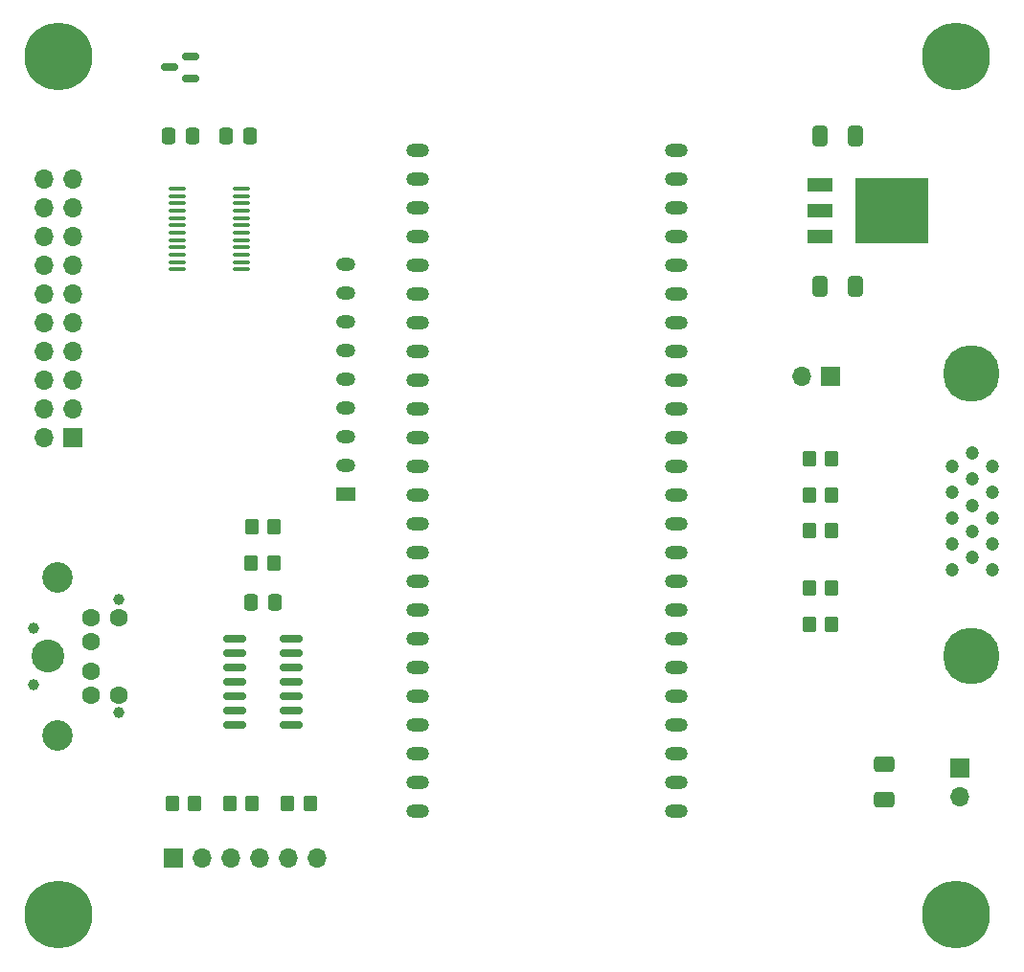
<source format=gbr>
%TF.GenerationSoftware,KiCad,Pcbnew,(6.0.0)*%
%TF.CreationDate,2022-07-26T05:52:08-04:00*%
%TF.ProjectId,TRS-80-M3-KEY,5452532d-3830-42d4-9d33-2d4b45592e6b,rev?*%
%TF.SameCoordinates,Original*%
%TF.FileFunction,Soldermask,Top*%
%TF.FilePolarity,Negative*%
%FSLAX46Y46*%
G04 Gerber Fmt 4.6, Leading zero omitted, Abs format (unit mm)*
G04 Created by KiCad (PCBNEW (6.0.0)) date 2022-07-26 05:52:08*
%MOMM*%
%LPD*%
G01*
G04 APERTURE LIST*
G04 Aperture macros list*
%AMRoundRect*
0 Rectangle with rounded corners*
0 $1 Rounding radius*
0 $2 $3 $4 $5 $6 $7 $8 $9 X,Y pos of 4 corners*
0 Add a 4 corners polygon primitive as box body*
4,1,4,$2,$3,$4,$5,$6,$7,$8,$9,$2,$3,0*
0 Add four circle primitives for the rounded corners*
1,1,$1+$1,$2,$3*
1,1,$1+$1,$4,$5*
1,1,$1+$1,$6,$7*
1,1,$1+$1,$8,$9*
0 Add four rect primitives between the rounded corners*
20,1,$1+$1,$2,$3,$4,$5,0*
20,1,$1+$1,$4,$5,$6,$7,0*
20,1,$1+$1,$6,$7,$8,$9,0*
20,1,$1+$1,$8,$9,$2,$3,0*%
G04 Aperture macros list end*
%ADD10RoundRect,0.250000X-0.337500X-0.475000X0.337500X-0.475000X0.337500X0.475000X-0.337500X0.475000X0*%
%ADD11RoundRect,0.250000X-0.412500X-0.650000X0.412500X-0.650000X0.412500X0.650000X-0.412500X0.650000X0*%
%ADD12C,0.800000*%
%ADD13C,6.000000*%
%ADD14RoundRect,0.250000X-0.350000X-0.450000X0.350000X-0.450000X0.350000X0.450000X-0.350000X0.450000X0*%
%ADD15C,5.001260*%
%ADD16C,1.198880*%
%ADD17R,1.700000X1.700000*%
%ADD18O,1.700000X1.700000*%
%ADD19RoundRect,0.150000X-0.825000X-0.150000X0.825000X-0.150000X0.825000X0.150000X-0.825000X0.150000X0*%
%ADD20R,2.200000X1.200000*%
%ADD21R,6.400000X5.800000*%
%ADD22C,2.700000*%
%ADD23C,2.899999*%
%ADD24C,1.600000*%
%ADD25C,1.000000*%
%ADD26RoundRect,0.250000X0.650000X-0.412500X0.650000X0.412500X-0.650000X0.412500X-0.650000X-0.412500X0*%
%ADD27R,1.700000X1.200000*%
%ADD28O,1.700000X1.200000*%
%ADD29RoundRect,0.250000X0.350000X0.450000X-0.350000X0.450000X-0.350000X-0.450000X0.350000X-0.450000X0*%
%ADD30RoundRect,0.150000X0.587500X0.150000X-0.587500X0.150000X-0.587500X-0.150000X0.587500X-0.150000X0*%
%ADD31RoundRect,0.100000X-0.637500X-0.100000X0.637500X-0.100000X0.637500X0.100000X-0.637500X0.100000X0*%
%ADD32O,2.000000X1.200000*%
G04 APERTURE END LIST*
D10*
%TO.C,C2*%
X110087500Y-55880000D03*
X112162500Y-55880000D03*
%TD*%
D11*
%TO.C,C7*%
X162585000Y-55880000D03*
X165710000Y-55880000D03*
%TD*%
D12*
%TO.C,H3*%
X172375000Y-124777500D03*
X174625000Y-122527500D03*
D13*
X174625000Y-124777500D03*
D12*
X173034010Y-123186510D03*
X173034010Y-126368490D03*
X176215990Y-123186510D03*
X176215990Y-126368490D03*
X176875000Y-124777500D03*
X174625000Y-127027500D03*
%TD*%
D14*
%TO.C,R5*%
X161607500Y-99060000D03*
X163607500Y-99060000D03*
%TD*%
D15*
%TO.C,J4*%
X175963580Y-101917500D03*
X175963580Y-76928980D03*
D16*
X174244600Y-85112860D03*
X174244600Y-87403940D03*
X174244600Y-89689940D03*
X174244600Y-91983560D03*
X174244600Y-94272100D03*
X176009300Y-83967320D03*
X176009300Y-86260940D03*
X176009300Y-88559640D03*
X176009300Y-90858340D03*
X176009300Y-93131640D03*
X177800600Y-85112860D03*
X177800600Y-87403940D03*
X177800600Y-89692480D03*
X177800600Y-91983560D03*
X177800600Y-94274640D03*
%TD*%
D17*
%TO.C,J6*%
X174942500Y-111755000D03*
D18*
X174942500Y-114295000D03*
%TD*%
D19*
%TO.C,U3*%
X110872500Y-100330000D03*
X110872500Y-101600000D03*
X110872500Y-102870000D03*
X110872500Y-104140000D03*
X110872500Y-105410000D03*
X110872500Y-106680000D03*
X110872500Y-107950000D03*
X115822500Y-107950000D03*
X115822500Y-106680000D03*
X115822500Y-105410000D03*
X115822500Y-104140000D03*
X115822500Y-102870000D03*
X115822500Y-101600000D03*
X115822500Y-100330000D03*
%TD*%
D20*
%TO.C,U5*%
X162610000Y-60267500D03*
X162610000Y-62547500D03*
D21*
X168910000Y-62547500D03*
D20*
X162610000Y-64827500D03*
%TD*%
D17*
%TO.C,J1*%
X96525000Y-82545000D03*
D18*
X93985000Y-82545000D03*
X96525000Y-80005000D03*
X93985000Y-80005000D03*
X96525000Y-77465000D03*
X93985000Y-77465000D03*
X96525000Y-74925000D03*
X93985000Y-74925000D03*
X96525000Y-72385000D03*
X93985000Y-72385000D03*
X96525000Y-69845000D03*
X93985000Y-69845000D03*
X96525000Y-67305000D03*
X93985000Y-67305000D03*
X96525000Y-64765000D03*
X93985000Y-64765000D03*
X96525000Y-62225000D03*
X93985000Y-62225000D03*
X96525000Y-59685000D03*
X93985000Y-59685000D03*
%TD*%
D10*
%TO.C,C1*%
X105007500Y-55880000D03*
X107082500Y-55880000D03*
%TD*%
D14*
%TO.C,R7*%
X112347500Y-90487500D03*
X114347500Y-90487500D03*
%TD*%
%TO.C,R3*%
X161607500Y-90805000D03*
X163607500Y-90805000D03*
%TD*%
D22*
%TO.C,J3*%
X95135000Y-94917500D03*
D23*
X94335000Y-101917500D03*
D22*
X95135000Y-108917500D03*
D24*
X98135000Y-103217500D03*
X98135000Y-100617500D03*
X98135000Y-105317500D03*
X98135000Y-98517500D03*
X100635000Y-105317500D03*
X100635000Y-98517500D03*
D25*
X93035000Y-104417500D03*
X93035000Y-99417500D03*
X100635000Y-106917500D03*
X100635000Y-96917500D03*
%TD*%
D26*
%TO.C,C8*%
X168275000Y-114592500D03*
X168275000Y-111467500D03*
%TD*%
D27*
%TO.C,RP1*%
X120624600Y-87604600D03*
D28*
X120624600Y-85064600D03*
X120624600Y-82524600D03*
X120624600Y-79984600D03*
X120624600Y-77444600D03*
X120624600Y-74904600D03*
X120624600Y-72364600D03*
X120624600Y-69824600D03*
X120624600Y-67284600D03*
%TD*%
D12*
%TO.C,H1*%
X97500000Y-48895000D03*
X96840990Y-50485990D03*
X95250000Y-46645000D03*
X93659010Y-50485990D03*
X93000000Y-48895000D03*
X93659010Y-47304010D03*
X96840990Y-47304010D03*
X95250000Y-51145000D03*
D13*
X95250000Y-48895000D03*
%TD*%
D14*
%TO.C,R2*%
X161607500Y-87630000D03*
X163607500Y-87630000D03*
%TD*%
D11*
%TO.C,C6*%
X162585000Y-69215000D03*
X165710000Y-69215000D03*
%TD*%
D17*
%TO.C,J2*%
X105410000Y-119767500D03*
D18*
X107950000Y-119767500D03*
X110490000Y-119767500D03*
X113030000Y-119767500D03*
X115570000Y-119767500D03*
X118110000Y-119767500D03*
%TD*%
D12*
%TO.C,H2*%
X96840990Y-126368490D03*
D13*
X95250000Y-124777500D03*
D12*
X95250000Y-127027500D03*
X96840990Y-123186510D03*
X95250000Y-122527500D03*
X97500000Y-124777500D03*
X93000000Y-124777500D03*
X93659010Y-126368490D03*
X93659010Y-123186510D03*
%TD*%
D29*
%TO.C,R9*%
X112395000Y-114935000D03*
X110395000Y-114935000D03*
%TD*%
D14*
%TO.C,R1*%
X161607500Y-84455000D03*
X163607500Y-84455000D03*
%TD*%
D12*
%TO.C,H4*%
X173034010Y-50485990D03*
X176215990Y-47304010D03*
X173034010Y-47304010D03*
X174625000Y-46645000D03*
D13*
X174625000Y-48895000D03*
D12*
X172375000Y-48895000D03*
X174625000Y-51145000D03*
X176875000Y-48895000D03*
X176215990Y-50485990D03*
%TD*%
D14*
%TO.C,R4*%
X161607500Y-95885000D03*
X163607500Y-95885000D03*
%TD*%
D30*
%TO.C,Q1*%
X106982500Y-50797500D03*
X106982500Y-48897500D03*
X105107500Y-49847500D03*
%TD*%
D10*
%TO.C,C3*%
X112310000Y-97155000D03*
X114385000Y-97155000D03*
%TD*%
D17*
%TO.C,J5*%
X163517500Y-77152500D03*
D18*
X160977500Y-77152500D03*
%TD*%
D14*
%TO.C,R6*%
X112300000Y-93662500D03*
X114300000Y-93662500D03*
%TD*%
D31*
%TO.C,U2*%
X105722500Y-60560000D03*
X105722500Y-61210000D03*
X105722500Y-61860000D03*
X105722500Y-62510000D03*
X105722500Y-63160000D03*
X105722500Y-63810000D03*
X105722500Y-64460000D03*
X105722500Y-65110000D03*
X105722500Y-65760000D03*
X105722500Y-66410000D03*
X105722500Y-67060000D03*
X105722500Y-67710000D03*
X111447500Y-67710000D03*
X111447500Y-67060000D03*
X111447500Y-66410000D03*
X111447500Y-65760000D03*
X111447500Y-65110000D03*
X111447500Y-64460000D03*
X111447500Y-63810000D03*
X111447500Y-63160000D03*
X111447500Y-62510000D03*
X111447500Y-61860000D03*
X111447500Y-61210000D03*
X111447500Y-60560000D03*
%TD*%
D29*
%TO.C,R8*%
X117522500Y-114935000D03*
X115522500Y-114935000D03*
%TD*%
%TO.C,R10*%
X107315000Y-114935000D03*
X105315000Y-114935000D03*
%TD*%
D32*
%TO.C,U1*%
X127000000Y-57150000D03*
X127000000Y-59690000D03*
X127000000Y-62230000D03*
X127000000Y-64770000D03*
X127000000Y-67310000D03*
X127000000Y-69850000D03*
X127000000Y-72390000D03*
X127000000Y-74930000D03*
X127000000Y-77470000D03*
X127000000Y-80010000D03*
X127000000Y-82550000D03*
X127000000Y-85090000D03*
X127000000Y-87630000D03*
X127000000Y-90170000D03*
X127000000Y-92710000D03*
X127000000Y-95250000D03*
X127000000Y-97790000D03*
X127000000Y-100330000D03*
X127000000Y-102870000D03*
X127000000Y-105410000D03*
X127000000Y-107950000D03*
X127000000Y-110490000D03*
X127000000Y-113030000D03*
X127000000Y-115570000D03*
X149900000Y-115570000D03*
X149900000Y-113030000D03*
X149900000Y-110490000D03*
X149900000Y-107950000D03*
X149900000Y-105410000D03*
X149900000Y-102870000D03*
X149900000Y-100330000D03*
X149900000Y-97790000D03*
X149900000Y-95250000D03*
X149900000Y-92710000D03*
X149900000Y-90170000D03*
X149900000Y-87630000D03*
X149900000Y-85090000D03*
X149900000Y-82550000D03*
X149900000Y-80010000D03*
X149900000Y-77470000D03*
X149900000Y-74930000D03*
X149900000Y-72390000D03*
X149900000Y-69850000D03*
X149900000Y-67310000D03*
X149900000Y-64770000D03*
X149900000Y-62230000D03*
X149900000Y-59690000D03*
X149900000Y-57150000D03*
%TD*%
M02*

</source>
